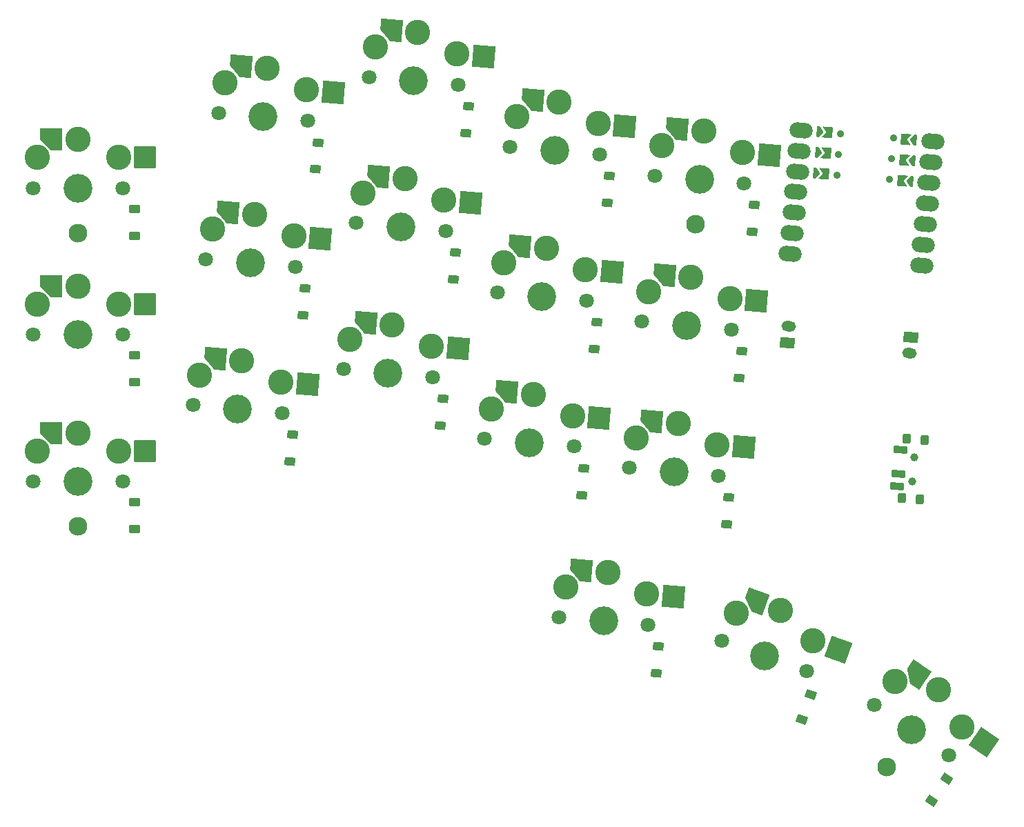
<source format=gbr>
%TF.GenerationSoftware,KiCad,Pcbnew,8.0.6*%
%TF.CreationDate,2024-11-20T19:49:45-07:00*%
%TF.ProjectId,board,626f6172-642e-46b6-9963-61645f706362,v1.0.0*%
%TF.SameCoordinates,Original*%
%TF.FileFunction,Soldermask,Bot*%
%TF.FilePolarity,Negative*%
%FSLAX46Y46*%
G04 Gerber Fmt 4.6, Leading zero omitted, Abs format (unit mm)*
G04 Created by KiCad (PCBNEW 8.0.6) date 2024-11-20 19:49:45*
%MOMM*%
%LPD*%
G01*
G04 APERTURE LIST*
G04 Aperture macros list*
%AMRoundRect*
0 Rectangle with rounded corners*
0 $1 Rounding radius*
0 $2 $3 $4 $5 $6 $7 $8 $9 X,Y pos of 4 corners*
0 Add a 4 corners polygon primitive as box body*
4,1,4,$2,$3,$4,$5,$6,$7,$8,$9,$2,$3,0*
0 Add four circle primitives for the rounded corners*
1,1,$1+$1,$2,$3*
1,1,$1+$1,$4,$5*
1,1,$1+$1,$6,$7*
1,1,$1+$1,$8,$9*
0 Add four rect primitives between the rounded corners*
20,1,$1+$1,$2,$3,$4,$5,0*
20,1,$1+$1,$4,$5,$6,$7,0*
20,1,$1+$1,$6,$7,$8,$9,0*
20,1,$1+$1,$8,$9,$2,$3,0*%
%AMHorizOval*
0 Thick line with rounded ends*
0 $1 width*
0 $2 $3 position (X,Y) of the first rounded end (center of the circle)*
0 $4 $5 position (X,Y) of the second rounded end (center of the circle)*
0 Add line between two ends*
20,1,$1,$2,$3,$4,$5,0*
0 Add two circle primitives to create the rounded ends*
1,1,$1,$2,$3*
1,1,$1,$4,$5*%
%AMFreePoly0*
4,1,14,1.335355,1.335355,1.350000,1.300000,1.350000,-1.300000,1.335355,-1.335355,1.300000,-1.350000,0.000000,-1.350000,-0.035355,-1.335355,-1.335355,-0.035355,-1.350000,0.000000,-1.350000,1.300000,-1.335355,1.335355,-1.300000,1.350000,1.300000,1.350000,1.335355,1.335355,1.335355,1.335355,$1*%
%AMFreePoly1*
4,1,16,0.535355,0.660355,0.550000,0.625000,0.550000,-0.625000,0.535355,-0.660355,0.500000,-0.675000,-0.650000,-0.675000,-0.685355,-0.660355,-0.700000,-0.625000,-0.689043,-0.593765,-0.214031,0.000000,-0.689043,0.593765,-0.699694,0.630522,-0.681235,0.664043,-0.650000,0.675000,0.499999,0.675000,0.535355,0.660355,0.535355,0.660355,$1*%
%AMFreePoly2*
4,1,16,-0.214645,0.660355,-0.210957,0.656235,0.289043,0.031235,0.299694,-0.005522,0.289043,-0.031235,-0.210957,-0.656235,-0.244478,-0.674694,-0.250000,-0.675000,-0.499999,-0.675000,-0.535355,-0.660355,-0.550000,-0.625000,-0.550000,0.625000,-0.535355,0.660355,-0.500000,0.675000,-0.250000,0.675000,-0.214645,0.660355,-0.214645,0.660355,$1*%
G04 Aperture macros list end*
%ADD10C,0.900000*%
%ADD11RoundRect,0.050000X0.600000X-0.450000X0.600000X0.450000X-0.600000X0.450000X-0.600000X-0.450000X0*%
%ADD12C,1.801800*%
%ADD13C,3.100000*%
%ADD14C,3.529000*%
%ADD15FreePoly0,355.000000*%
%ADD16RoundRect,0.050000X-1.408356X-1.181751X1.181751X-1.408356X1.408356X1.181751X-1.181751X1.408356X0*%
%ADD17RoundRect,0.050000X0.558497X-0.500581X0.636937X0.395994X-0.558497X0.500581X-0.636937X-0.395994X0*%
%ADD18RoundRect,0.050000X0.794472X-0.671799X0.899059X0.523634X-0.794472X0.671799X-0.899059X-0.523634X0*%
%ADD19HorizOval,1.300000X-0.249049X0.021789X0.249049X-0.021789X0*%
%ADD20FreePoly0,340.500000*%
%ADD21RoundRect,0.050000X-1.659383X-0.791485X0.791485X-1.659383X1.659383X0.791485X-0.791485X1.659383X0*%
%ADD22RoundRect,0.050000X-0.794472X0.671799X-0.899059X-0.523634X0.794472X-0.671799X0.899059X0.523634X0*%
%ADD23RoundRect,0.050000X0.415372X-0.624473X0.715798X0.223905X-0.415372X0.624473X-0.715798X-0.223905X0*%
%ADD24C,2.300000*%
%ADD25FreePoly1,355.000000*%
%ADD26HorizOval,1.900000X0.473192X-0.041399X-0.473192X0.041399X0*%
%ADD27HorizOval,1.900000X-0.473192X0.041399X0.473192X-0.041399X0*%
%ADD28FreePoly1,175.000000*%
%ADD29FreePoly2,355.000000*%
%ADD30FreePoly2,175.000000*%
%ADD31C,1.000000*%
%ADD32FreePoly0,326.000000*%
%ADD33RoundRect,0.050000X-1.804700X-0.350798X0.350798X-1.804700X1.804700X0.350798X-0.350798X1.804700X0*%
%ADD34FreePoly0,0.000000*%
%ADD35RoundRect,0.050000X-1.300000X-1.300000X1.300000X-1.300000X1.300000X1.300000X-1.300000X1.300000X0*%
%ADD36RoundRect,0.050000X0.245786X-0.708583X0.749059X0.037551X-0.245786X0.708583X-0.749059X-0.037551X0*%
%ADD37RoundRect,0.102000X-0.716642X0.414035X-0.777651X-0.283301X0.716642X-0.414035X0.777651X0.283301X0*%
%ADD38RoundRect,0.102000X-0.354900X0.532960X-0.442056X-0.463235X0.354900X-0.532960X0.442056X0.463235X0*%
G04 APERTURE END LIST*
D10*
%TO.C,D2*%
X6975552Y12156658D03*
D11*
X6975552Y12156658D03*
D10*
X6975552Y15456658D03*
D11*
X6975552Y15456658D03*
%TD*%
D12*
%TO.C,S12*%
X53044685Y41090395D03*
D13*
X53869617Y44782547D03*
X59042333Y46538396D03*
D14*
X58523756Y40611038D03*
D13*
X63831567Y43910989D03*
D12*
X64002827Y40131681D03*
D15*
X55779795Y46823832D03*
D16*
X67094101Y43625554D03*
%TD*%
D10*
%TO.C,D12*%
X64963483Y34181973D03*
D17*
X64963483Y34181973D03*
D10*
X65251097Y37469415D03*
D17*
X65251097Y37469415D03*
%TD*%
D12*
%TO.C,S9*%
X35723270Y49632561D03*
D13*
X36548202Y53324713D03*
X41720918Y55080562D03*
D14*
X41202341Y49153204D03*
D13*
X46510152Y52453155D03*
D12*
X46681412Y48673847D03*
D15*
X38458380Y55365998D03*
D16*
X49772686Y52167720D03*
%TD*%
D10*
%TO.C,D10*%
X61825876Y-1681037D03*
D17*
X61825876Y-1681037D03*
D10*
X62113490Y1606405D03*
D17*
X62113490Y1606405D03*
%TD*%
D12*
%TO.C,S5*%
X15700028Y27292692D03*
D13*
X16524960Y30984844D03*
X21697676Y32740693D03*
D14*
X21179099Y26813335D03*
D13*
X26486910Y30113286D03*
D12*
X26658170Y26333978D03*
D15*
X18435138Y33026129D03*
D16*
X29749444Y29827851D03*
%TD*%
D18*
%TO.C,JST1*%
X87077423Y17032699D03*
D19*
X87251735Y19025089D03*
%TD*%
D10*
%TO.C,D5*%
X27618826Y20384269D03*
D17*
X27618826Y20384269D03*
D10*
X27906440Y23671711D03*
D17*
X27906440Y23671711D03*
%TD*%
D12*
%TO.C,S17*%
X79061581Y-19579092D03*
D13*
X80784677Y-16211090D03*
X86232260Y-15806313D03*
D14*
X84246109Y-21415030D03*
D13*
X90211092Y-19549159D03*
D12*
X89430637Y-23250968D03*
D20*
X83145109Y-14713096D03*
D21*
X93298243Y-20642376D03*
%TD*%
D10*
%TO.C,D4*%
X26050023Y2452765D03*
D17*
X26050023Y2452765D03*
D10*
X26337637Y5740207D03*
D17*
X26337637Y5740207D03*
%TD*%
D12*
%TO.C,S8*%
X34154467Y31701057D03*
D13*
X34979399Y35393209D03*
X40152115Y37149058D03*
D14*
X39633538Y31221700D03*
D13*
X44941349Y34521651D03*
D12*
X45112609Y30742343D03*
D15*
X36889577Y37434494D03*
D16*
X48203883Y34236216D03*
%TD*%
D22*
%TO.C,JST2*%
X102194656Y17717753D03*
D19*
X102020344Y15725363D03*
%TD*%
D12*
%TO.C,S15*%
X70801878Y37529202D03*
D13*
X71626810Y41221354D03*
X76799526Y42977203D03*
D14*
X76280949Y37049845D03*
D13*
X81588760Y40349796D03*
D12*
X81760020Y36570488D03*
D15*
X73536988Y43262639D03*
D16*
X84851294Y40064361D03*
%TD*%
D10*
%TO.C,D17*%
X88871007Y-29251693D03*
D23*
X88871007Y-29251693D03*
D10*
X89972569Y-26140977D03*
D23*
X89972569Y-26140977D03*
%TD*%
D12*
%TO.C,S14*%
X69233074Y19597698D03*
D13*
X70058006Y23289850D03*
X75230722Y25045699D03*
D14*
X74712145Y19118341D03*
D13*
X80019956Y22418292D03*
D12*
X80191216Y18638984D03*
D15*
X71968184Y25331135D03*
D16*
X83282490Y22132857D03*
%TD*%
D24*
%TO.C,H4*%
X0Y30500000D03*
%TD*%
D12*
%TO.C,S4*%
X14131225Y9361187D03*
D13*
X14956157Y13053339D03*
X20128873Y14809188D03*
D14*
X19610296Y8881830D03*
D13*
X24918107Y12181781D03*
D12*
X25089367Y8402473D03*
D15*
X16866335Y15094624D03*
D16*
X28180641Y11896346D03*
%TD*%
D10*
%TO.C,D6*%
X29187629Y38315774D03*
D17*
X29187629Y38315774D03*
D10*
X29475243Y41603216D03*
D17*
X29475243Y41603216D03*
%TD*%
D12*
%TO.C,S7*%
X32585664Y13769552D03*
D13*
X33410596Y17461704D03*
X38583312Y19217553D03*
D14*
X38064735Y13290195D03*
D13*
X43372546Y16590146D03*
D12*
X43543806Y12810838D03*
D15*
X35320774Y19502989D03*
D16*
X46635080Y16304711D03*
%TD*%
D10*
%TO.C,D14*%
X81151872Y12689275D03*
D17*
X81151872Y12689275D03*
D10*
X81439486Y15976717D03*
D17*
X81439486Y15976717D03*
%TD*%
D12*
%TO.C,S6*%
X17268831Y45224197D03*
D13*
X18093763Y48916349D03*
X23266479Y50672198D03*
D14*
X22747902Y44744840D03*
D13*
X28055713Y48044791D03*
D12*
X28226973Y44265483D03*
D15*
X20003941Y50957634D03*
D16*
X31318247Y47759356D03*
%TD*%
D25*
%TO.C,U1*%
X92068562Y42815805D03*
D10*
X93575805Y42683939D03*
D25*
X91847184Y40285471D03*
D10*
X93354429Y40153604D03*
D25*
X91625811Y37755136D03*
D10*
X93133050Y37623270D03*
D26*
X88097069Y35514159D03*
X87875694Y32983824D03*
X87654318Y30453490D03*
X87432943Y27923155D03*
D27*
X103561334Y26512104D03*
X103782709Y29042438D03*
X104004085Y31572773D03*
X104225461Y34103107D03*
D10*
X99632228Y37054666D03*
D28*
X101139470Y36922799D03*
D10*
X99853603Y39585000D03*
D28*
X101360846Y39453133D03*
D10*
X100074979Y42115335D03*
D28*
X101582221Y41983468D03*
D26*
X88761196Y43105162D03*
D29*
X91226778Y42889452D03*
D26*
X88539821Y40574828D03*
D29*
X91005402Y40359117D03*
D26*
X88318445Y38044493D03*
D29*
X90784026Y37828783D03*
D30*
X101981255Y36849152D03*
D27*
X104446836Y36633442D03*
D30*
X102202630Y39379487D03*
D27*
X104668212Y39163776D03*
D30*
X102424006Y41909821D03*
D27*
X104889587Y41694111D03*
%TD*%
D10*
%TO.C,D15*%
X82720676Y30620780D03*
D17*
X82720676Y30620780D03*
D10*
X83008290Y33908222D03*
D17*
X83008290Y33908222D03*
%TD*%
D31*
%TO.C,S20*%
X102369266Y5708D03*
X102630734Y2994292D03*
%TD*%
D10*
%TO.C,D16*%
X70953747Y-23559839D03*
D17*
X70953747Y-23559839D03*
D10*
X71241361Y-20272397D03*
D17*
X71241361Y-20272397D03*
%TD*%
D10*
%TO.C,D8*%
X46073265Y24792634D03*
D17*
X46073265Y24792634D03*
D10*
X46360879Y28080076D03*
D17*
X46360879Y28080076D03*
%TD*%
D12*
%TO.C,S18*%
X97717286Y-27427782D03*
D13*
X100228779Y-24598488D03*
X105604191Y-25570569D03*
D14*
X102276993Y-30503343D03*
D13*
X108519154Y-30190417D03*
D12*
X106836700Y-33578904D03*
D32*
X102889093Y-23739213D03*
D33*
X111234252Y-32021773D03*
%TD*%
D12*
%TO.C,S13*%
X67664271Y1666193D03*
D13*
X68489203Y5358345D03*
X73661919Y7114194D03*
D14*
X73143342Y1186836D03*
D13*
X78451153Y4486787D03*
D12*
X78622413Y707479D03*
D15*
X70399381Y7399630D03*
D16*
X81713687Y4201352D03*
%TD*%
D12*
%TO.C,S3*%
X-5500000Y36000000D03*
D13*
X-5000000Y39750000D03*
X0Y41950000D03*
D14*
X0Y36000000D03*
D13*
X5000000Y39750000D03*
D12*
X5500000Y36000000D03*
D34*
X-3275000Y41950000D03*
D35*
X8275000Y39750000D03*
%TD*%
D24*
%TO.C,H2*%
X75801592Y31570775D03*
%TD*%
D10*
%TO.C,D13*%
X79583069Y-5242229D03*
D17*
X79583069Y-5242229D03*
D10*
X79870683Y-1954787D03*
D17*
X79870683Y-1954787D03*
%TD*%
D12*
%TO.C,S11*%
X51475881Y23158890D03*
D13*
X52300813Y26851042D03*
X57473529Y28606891D03*
D14*
X56954952Y22679533D03*
D13*
X62262763Y25979484D03*
D12*
X62434023Y22200176D03*
D15*
X54210991Y28892327D03*
D16*
X65525297Y25694049D03*
%TD*%
D10*
%TO.C,D3*%
X6975552Y30156658D03*
D11*
X6975552Y30156658D03*
D10*
X6975552Y33456658D03*
D11*
X6975552Y33456658D03*
%TD*%
D10*
%TO.C,D18*%
X104792432Y-39248372D03*
D36*
X104792432Y-39248372D03*
D10*
X106637768Y-36512548D03*
D36*
X106637768Y-36512548D03*
%TD*%
D10*
%TO.C,D11*%
X63394679Y16250468D03*
D17*
X63394679Y16250468D03*
D10*
X63682293Y19537910D03*
D17*
X63682293Y19537910D03*
%TD*%
D12*
%TO.C,S10*%
X49907078Y5227386D03*
D13*
X50732010Y8919538D03*
X55904726Y10675387D03*
D14*
X55386149Y4748029D03*
D13*
X60693960Y8047980D03*
D12*
X60865220Y4268672D03*
D15*
X52642188Y10960823D03*
D16*
X63956494Y7762545D03*
%TD*%
D12*
%TO.C,S1*%
X-5500000Y0D03*
D13*
X-5000000Y3750000D03*
X0Y5950000D03*
D14*
X0Y0D03*
D13*
X5000000Y3750000D03*
D12*
X5500000Y0D03*
D34*
X-3275000Y5950000D03*
D35*
X8275000Y3750000D03*
%TD*%
D10*
%TO.C,D9*%
X47642068Y42724139D03*
D17*
X47642068Y42724139D03*
D10*
X47929682Y46011581D03*
D17*
X47929682Y46011581D03*
%TD*%
D12*
%TO.C,S2*%
X-5500000Y18000000D03*
D13*
X-5000000Y21750000D03*
X0Y23950000D03*
D14*
X0Y18000000D03*
D13*
X5000000Y21750000D03*
D12*
X5500000Y18000000D03*
D34*
X-3275000Y23950000D03*
D35*
X8275000Y21750000D03*
%TD*%
D10*
%TO.C,D1*%
X6975552Y-5843342D03*
D11*
X6975552Y-5843342D03*
D10*
X6975552Y-2543342D03*
D11*
X6975552Y-2543342D03*
%TD*%
D10*
%TO.C,D7*%
X44504462Y6861130D03*
D17*
X44504462Y6861130D03*
D10*
X44792076Y10148572D03*
D17*
X44792076Y10148572D03*
%TD*%
D12*
%TO.C,S16*%
X59034949Y-16651416D03*
D13*
X59859881Y-12959264D03*
X65032597Y-11203415D03*
D14*
X64514020Y-17130773D03*
D13*
X69821831Y-13830822D03*
D12*
X69993091Y-17610130D03*
D15*
X61770059Y-10917979D03*
D16*
X73084365Y-14116257D03*
%TD*%
D24*
%TO.C,H1*%
X99291432Y-35063050D03*
%TD*%
%TO.C,H3*%
X0Y-5500000D03*
%TD*%
D31*
%TO.C,S19*%
X102630733Y2994292D03*
X102369267Y5708D03*
D37*
X100952760Y3893961D03*
X100691292Y905376D03*
X100560559Y-588916D03*
D38*
X101722304Y5231982D03*
X101086067Y-2040239D03*
X103913933Y5040239D03*
X103277696Y-2231982D03*
%TD*%
M02*

</source>
